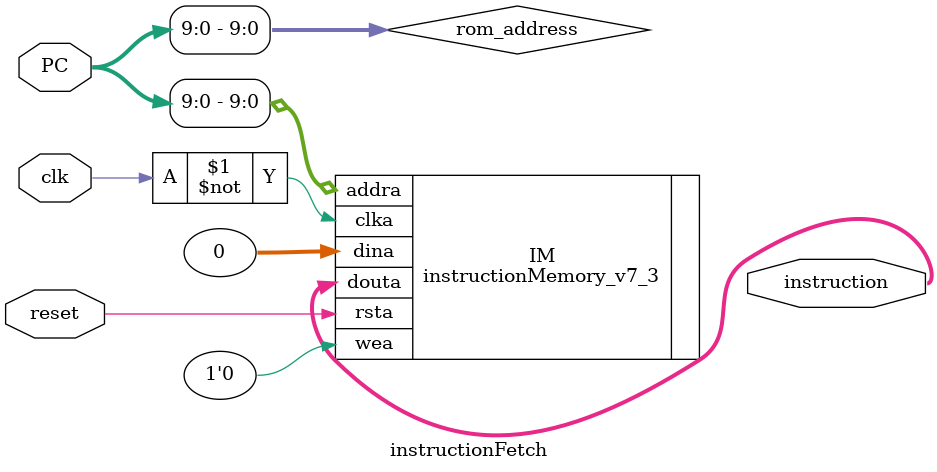
<source format=v>
`timescale 1ns / 1ps
module instructionFetch(
    input [31:0] PC,
    input clk,
	 input reset,
    output [31:0] instruction
    );

	wire [9:0] rom_address;
	assign rom_address = PC[9:0];
	instructionMemory_v7_3 IM (.clka(~clk), .rsta(reset), .wea(1'b0), .addra(rom_address), .dina(32'd0), .douta(instruction));

endmodule

</source>
